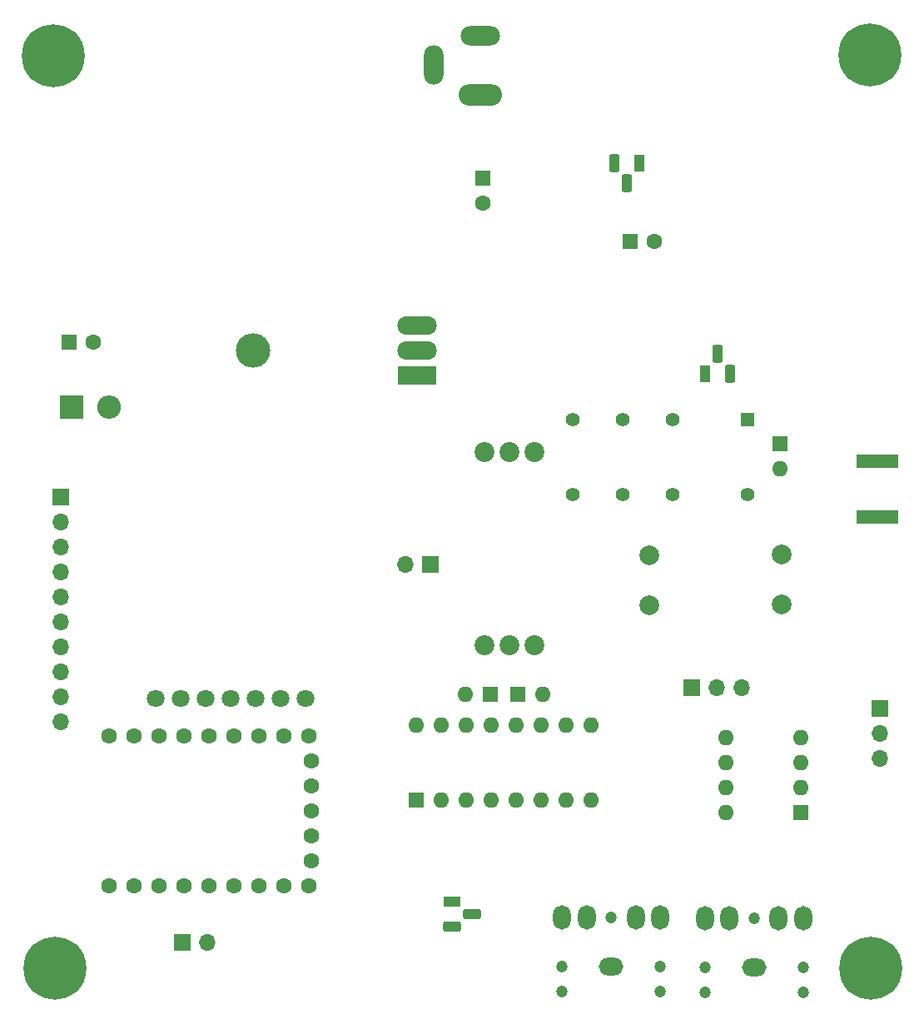
<source format=gbr>
%TF.GenerationSoftware,KiCad,Pcbnew,7.0.9-7.0.9~ubuntu22.04.1*%
%TF.CreationDate,2023-11-26T16:56:51+05:30*%
%TF.ProjectId,HF-PA-v10,48462d50-412d-4763-9130-2e6b69636164,rev?*%
%TF.SameCoordinates,Original*%
%TF.FileFunction,Soldermask,Bot*%
%TF.FilePolarity,Negative*%
%FSLAX46Y46*%
G04 Gerber Fmt 4.6, Leading zero omitted, Abs format (unit mm)*
G04 Created by KiCad (PCBNEW 7.0.9-7.0.9~ubuntu22.04.1) date 2023-11-26 16:56:51*
%MOMM*%
%LPD*%
G01*
G04 APERTURE LIST*
G04 Aperture macros list*
%AMRoundRect*
0 Rectangle with rounded corners*
0 $1 Rounding radius*
0 $2 $3 $4 $5 $6 $7 $8 $9 X,Y pos of 4 corners*
0 Add a 4 corners polygon primitive as box body*
4,1,4,$2,$3,$4,$5,$6,$7,$8,$9,$2,$3,0*
0 Add four circle primitives for the rounded corners*
1,1,$1+$1,$2,$3*
1,1,$1+$1,$4,$5*
1,1,$1+$1,$6,$7*
1,1,$1+$1,$8,$9*
0 Add four rect primitives between the rounded corners*
20,1,$1+$1,$2,$3,$4,$5,0*
20,1,$1+$1,$4,$5,$6,$7,0*
20,1,$1+$1,$6,$7,$8,$9,0*
20,1,$1+$1,$8,$9,$2,$3,0*%
G04 Aperture macros list end*
%ADD10O,3.500000X3.500000*%
%ADD11R,4.000000X1.905000*%
%ADD12O,4.000000X1.905000*%
%ADD13R,1.600000X1.600000*%
%ADD14C,1.600000*%
%ADD15R,2.400000X2.400000*%
%ADD16O,2.400000X2.400000*%
%ADD17C,0.800000*%
%ADD18C,6.400000*%
%ADD19R,4.200000X1.350000*%
%ADD20C,2.000000*%
%ADD21O,1.600000X1.600000*%
%ADD22O,4.400000X2.200000*%
%ADD23O,4.000000X2.000000*%
%ADD24O,2.000000X4.000000*%
%ADD25R,1.800000X1.100000*%
%ADD26RoundRect,0.275000X-0.625000X0.275000X-0.625000X-0.275000X0.625000X-0.275000X0.625000X0.275000X0*%
%ADD27R,1.700000X1.700000*%
%ADD28O,1.700000X1.700000*%
%ADD29C,1.200000*%
%ADD30O,1.800000X2.500000*%
%ADD31O,2.500000X1.800000*%
%ADD32R,1.100000X1.800000*%
%ADD33RoundRect,0.275000X0.275000X0.625000X-0.275000X0.625000X-0.275000X-0.625000X0.275000X-0.625000X0*%
%ADD34C,2.020000*%
%ADD35R,1.400000X1.400000*%
%ADD36C,1.400000*%
%ADD37RoundRect,0.275000X-0.275000X-0.625000X0.275000X-0.625000X0.275000X0.625000X-0.275000X0.625000X0*%
%ADD38C,1.800000*%
G04 APERTURE END LIST*
D10*
%TO.C,Q2*%
X160780000Y-96285000D03*
D11*
X177440000Y-98825000D03*
D12*
X177440000Y-96285000D03*
X177440000Y-93745000D03*
%TD*%
D13*
%TO.C,C5*%
X199074400Y-85242400D03*
D14*
X201574400Y-85242400D03*
%TD*%
D13*
%TO.C,C44*%
X142026000Y-95504000D03*
D14*
X144526000Y-95504000D03*
%TD*%
D15*
%TO.C,D5*%
X142300000Y-102080000D03*
D16*
X146110000Y-102080000D03*
%TD*%
D17*
%TO.C,H3*%
X138152944Y-159132944D03*
X138855888Y-157435888D03*
X138855888Y-160830000D03*
X140552944Y-156732944D03*
D18*
X140552944Y-159132944D03*
D17*
X140552944Y-161532944D03*
X142250000Y-157435888D03*
X142250000Y-160830000D03*
X142952944Y-159132944D03*
%TD*%
D19*
%TO.C,RF_OUT1*%
X224260000Y-113240000D03*
X224260000Y-107590000D03*
%TD*%
D20*
%TO.C,L2*%
X214490000Y-122150000D03*
X214490000Y-117070000D03*
%TD*%
D13*
%TO.C,D3*%
X214376000Y-105762315D03*
D21*
X214376000Y-108302315D03*
%TD*%
D22*
%TO.C,Power1*%
X183850000Y-70312500D03*
D23*
X183850000Y-64312500D03*
D24*
X179150000Y-67312500D03*
%TD*%
D25*
%TO.C,Q5*%
X180956000Y-152400000D03*
D26*
X183026000Y-153670000D03*
X180956000Y-154940000D03*
%TD*%
D27*
%TO.C,RV1*%
X205334000Y-130580000D03*
D28*
X207874000Y-130580000D03*
X210414000Y-130580000D03*
%TD*%
D13*
%TO.C,C15*%
X184100000Y-78800000D03*
D14*
X184100000Y-81300000D03*
%TD*%
D29*
%TO.C,SPK1*%
X206680000Y-161590000D03*
X216680000Y-161590000D03*
X206680000Y-159090000D03*
X216680000Y-159090000D03*
X211680000Y-154090000D03*
D30*
X206680000Y-154090000D03*
X209180000Y-154090000D03*
D31*
X211680000Y-159090000D03*
D30*
X216680000Y-154090000D03*
X214180000Y-154090000D03*
%TD*%
D13*
%TO.C,U7*%
X177356000Y-142058000D03*
D21*
X179896000Y-142058000D03*
X182436000Y-142058000D03*
X184976000Y-142058000D03*
X187516000Y-142058000D03*
X190056000Y-142058000D03*
X192596000Y-142058000D03*
X195136000Y-142058000D03*
X195136000Y-134438000D03*
X192596000Y-134438000D03*
X190056000Y-134438000D03*
X187516000Y-134438000D03*
X184976000Y-134438000D03*
X182436000Y-134438000D03*
X179896000Y-134438000D03*
X177356000Y-134438000D03*
%TD*%
D29*
%TO.C,EXT_ATU1*%
X192160000Y-161490000D03*
X202160000Y-161490000D03*
X192160000Y-158990000D03*
X202160000Y-158990000D03*
X197160000Y-153990000D03*
D30*
X192160000Y-153990000D03*
X194660000Y-153990000D03*
D31*
X197160000Y-158990000D03*
D30*
X202160000Y-153990000D03*
X199660000Y-153990000D03*
%TD*%
D13*
%TO.C,D9*%
X187640000Y-131280000D03*
D21*
X190180000Y-131280000D03*
%TD*%
D17*
%TO.C,H4*%
X221130000Y-159130000D03*
X221832944Y-157432944D03*
X221832944Y-160827056D03*
X223530000Y-156730000D03*
D18*
X223530000Y-159130000D03*
D17*
X223530000Y-161530000D03*
X225227056Y-157432944D03*
X225227056Y-160827056D03*
X225930000Y-159130000D03*
%TD*%
D13*
%TO.C,U8*%
X216496000Y-143333000D03*
D21*
X216496000Y-140793000D03*
X216496000Y-138253000D03*
X216496000Y-135713000D03*
X208876000Y-135713000D03*
X208876000Y-138253000D03*
X208876000Y-140793000D03*
X208876000Y-143333000D03*
%TD*%
D32*
%TO.C,Q4*%
X200040000Y-77250000D03*
D33*
X198770000Y-79320000D03*
X197500000Y-77250000D03*
%TD*%
D34*
%TO.C,BPF1*%
X189330000Y-106610000D03*
X186790000Y-106610000D03*
X184250000Y-106610000D03*
X189330000Y-126280000D03*
X186790000Y-126280000D03*
X184250000Y-126280000D03*
%TD*%
D27*
%TO.C,JP3*%
X178810000Y-118080000D03*
D28*
X176270000Y-118080000D03*
%TD*%
D27*
%TO.C,CW_KEY1*%
X153530000Y-156510000D03*
D28*
X156070000Y-156510000D03*
%TD*%
D14*
%TO.C,RZ1*%
X146110000Y-135550000D03*
X148650000Y-135550000D03*
X151190000Y-135550000D03*
X153730000Y-135550000D03*
X156270000Y-135550000D03*
X158810000Y-135550000D03*
X161350000Y-135550000D03*
X163890000Y-135550000D03*
X166430000Y-135550000D03*
X166640000Y-138090000D03*
X166640000Y-140630000D03*
X166640000Y-143170000D03*
X166640000Y-145710000D03*
X166640000Y-148250000D03*
X166430000Y-150790000D03*
X163890000Y-150790000D03*
X161350000Y-150790000D03*
X158810000Y-150790000D03*
X156270000Y-150790000D03*
X153730000Y-150790000D03*
X151190000Y-150790000D03*
X146110000Y-150790000D03*
X148650000Y-150790000D03*
%TD*%
D27*
%TO.C,RV2*%
X224510000Y-132740000D03*
D28*
X224510000Y-135280000D03*
X224510000Y-137820000D03*
%TD*%
D17*
%TO.C,H1*%
X138042944Y-66312944D03*
X138745888Y-64615888D03*
X138745888Y-68010000D03*
X140442944Y-63912944D03*
D18*
X140442944Y-66312944D03*
D17*
X140442944Y-68712944D03*
X142140000Y-64615888D03*
X142140000Y-68010000D03*
X142842944Y-66312944D03*
%TD*%
D13*
%TO.C,D8*%
X184916000Y-131248000D03*
D21*
X182376000Y-131248000D03*
%TD*%
D35*
%TO.C,K1*%
X211074000Y-103378000D03*
D36*
X203454000Y-103378000D03*
X198374000Y-103378000D03*
X193294000Y-103378000D03*
X193294000Y-110998000D03*
X198374000Y-110998000D03*
X203454000Y-110998000D03*
X211074000Y-110998000D03*
%TD*%
D20*
%TO.C,L1*%
X201067500Y-117115000D03*
X201067500Y-122195000D03*
%TD*%
D17*
%TO.C,H2*%
X221057056Y-66302944D03*
X221760000Y-64605888D03*
X221760000Y-68000000D03*
X223457056Y-63902944D03*
D18*
X223457056Y-66302944D03*
D17*
X223457056Y-68702944D03*
X225154112Y-64605888D03*
X225154112Y-68000000D03*
X225857056Y-66302944D03*
%TD*%
D27*
%TO.C,J1*%
X141150000Y-111252000D03*
D28*
X141150000Y-113792000D03*
X141150000Y-116332000D03*
X141150000Y-118872000D03*
X141150000Y-121412000D03*
X141150000Y-123952000D03*
X141150000Y-126492000D03*
X141150000Y-129032000D03*
X141150000Y-131572000D03*
X141150000Y-134112000D03*
%TD*%
D32*
%TO.C,Q1*%
X206756000Y-98698000D03*
D37*
X208026000Y-96628000D03*
X209296000Y-98698000D03*
%TD*%
D38*
%TO.C,U5*%
X166093600Y-131708400D03*
X163553600Y-131708400D03*
X161013600Y-131708400D03*
X158473600Y-131708400D03*
X155933600Y-131708400D03*
X153393600Y-131708400D03*
X150853600Y-131708400D03*
%TD*%
M02*

</source>
